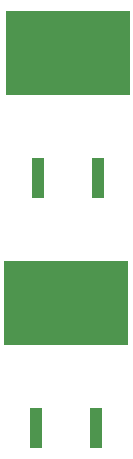
<source format=gtp>
G04 Layer: TopPasteMaskLayer*
G04 EasyEDA Pro v2.1.64.d1969c9c.217bcf, 2024-09-27 00:26:44*
G04 Gerber Generator version 0.3*
G04 Scale: 100 percent, Rotated: No, Reflected: No*
G04 Dimensions in millimeters*
G04 Leading zeros omitted, absolute positions, 3 integers and 5 decimals*
%FSLAX35Y35*%
%MOMM*%
%ADD10R,1.13401X3.35854*%
%ADD11R,10.5664X7.18053*%
G75*


G04 Pad Start*
G54D10*
G01X6015225Y3990431D03*
G01X6523225Y3990431D03*
G54D11*
G01X6269225Y5047579D03*
G54D10*
G01X5994408Y1871731D03*
G01X6502408Y1871731D03*
G54D11*
G01X6248408Y2928879D03*
G04 Pad End*

M02*

</source>
